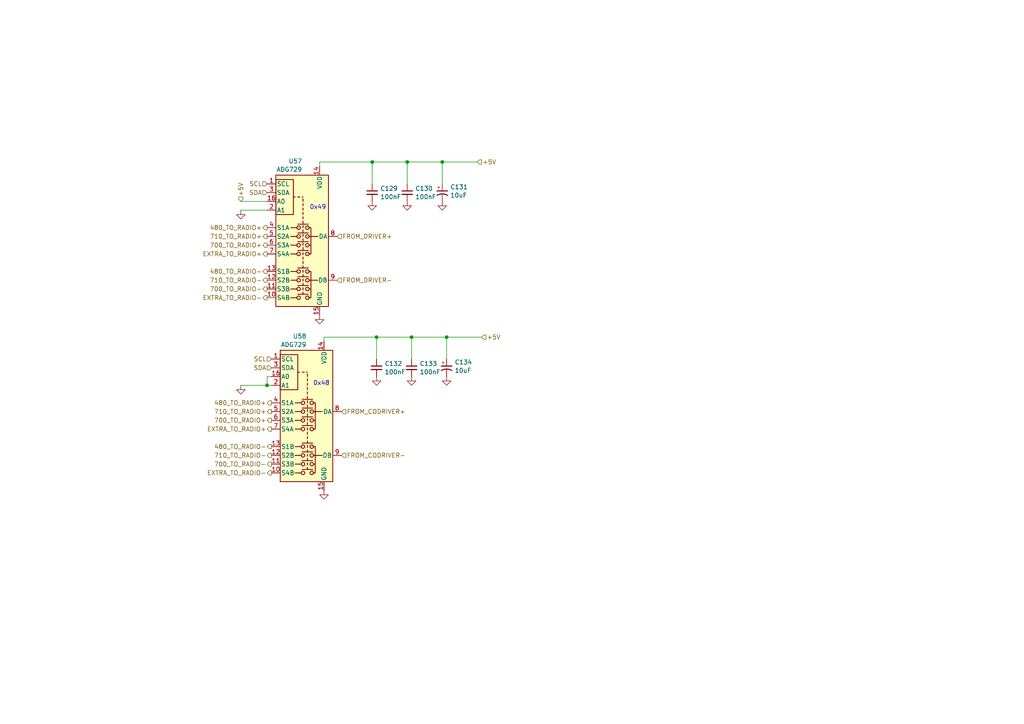
<source format=kicad_sch>
(kicad_sch (version 20250114) (generator "eeschema") (generator_version "9.0")
  (paper "A4")
  (lib_symbols
    (symbol "Analog_Switch:ADG729" (pin_names (offset 0.254))
      (property "Reference" "U" (at -7.62 20.955 0))
      (property "Value" "ADG729" (at -7.62 19.05 0))
      (symbol "ADG729_0_1"
        (rectangle (start -7.62 17.78) (end 7.62 -20.32) (stroke (width 0.254)) (fill (type background)))
        (rectangle (start -7.62 6.35) (end -2.54 16.51) (stroke (width 0.254)))
        (polyline (pts (xy -2.032 11.43) (xy -2.54 11.43)) (stroke (width 0.254)))
        (polyline (pts (xy -1.524 2.54) (xy -3.302 2.54)) (stroke (width 0.254)))
        (polyline (pts (xy -1.524 0) (xy -3.302 0)) (stroke (width 0.254)))
        (polyline (pts (xy -1.524 -2.54) (xy -3.302 -2.54)) (stroke (width 0.254)))
        (polyline (pts (xy -1.524 -5.08) (xy -3.302 -5.08)) (stroke (width 0.254)))
        (polyline (pts (xy -1.524 -10.16) (xy -3.302 -10.16)) (stroke (width 0.254)))
        (polyline (pts (xy -1.524 -12.7) (xy -3.302 -12.7)) (stroke (width 0.254)))
        (polyline (pts (xy -1.524 -15.24) (xy -3.302 -15.24)) (stroke (width 0.254)))
        (polyline (pts (xy -1.524 -17.78) (xy -3.302 -17.78)) (stroke (width 0.254)))
        (polyline (pts (xy -1.27 11.43) (xy -0.635 11.43)) (stroke (width 0.254)))
        (polyline (pts (xy -1.27 3.556) (xy 1.778 3.556)) (stroke (width 0.254)))
        (polyline (pts (xy -1.27 1.016) (xy 1.778 1.016)) (stroke (width 0.254)))
        (polyline (pts (xy -1.27 -1.524) (xy 1.778 -1.524)) (stroke (width 0.254)))
        (polyline (pts (xy -1.27 -4.064) (xy 1.778 -4.064)) (stroke (width 0.254)))
        (polyline (pts (xy -1.27 -9.144) (xy 1.778 -9.144)) (stroke (width 0.254)))
        (polyline (pts (xy -1.27 -11.684) (xy 1.778 -11.684)) (stroke (width 0.254)))
        (polyline (pts (xy -1.27 -14.224) (xy 1.778 -14.224)) (stroke (width 0.254)))
        (polyline (pts (xy -1.27 -16.764) (xy 1.778 -16.764)) (stroke (width 0.254)))
        (circle (center -1.016 2.54) (radius 0.508) (stroke (width 0.254)))
        (circle (center -1.016 0) (radius 0.508) (stroke (width 0.254)))
        (circle (center -1.016 -2.54) (radius 0.508) (stroke (width 0.254)))
        (circle (center -1.016 -5.08) (radius 0.508) (stroke (width 0.254)))
        (circle (center -1.016 -10.16) (radius 0.508) (stroke (width 0.254)))
        (circle (center -1.016 -12.7) (radius 0.508) (stroke (width 0.254)))
        (circle (center -1.016 -15.24) (radius 0.508) (stroke (width 0.254)))
        (circle (center -1.016 -17.78) (radius 0.508) (stroke (width 0.254)))
        (polyline (pts (xy 0.254 11.43) (xy 0 11.43)) (stroke (width 0.254)))
        (polyline (pts (xy 0.254 10.16) (xy 0.254 10.922)) (stroke (width 0.254)))
        (polyline (pts (xy 0.254 8.89) (xy 0.254 9.525)) (stroke (width 0.254)))
        (polyline (pts (xy 0.254 7.62) (xy 0.254 8.255)) (stroke (width 0.254)))
        (polyline (pts (xy 0.254 6.35) (xy 0.254 6.985)) (stroke (width 0.254)))
        (polyline (pts (xy 0.254 5.08) (xy 0.254 5.715)) (stroke (width 0.254)))
        (polyline (pts (xy 0.254 3.81) (xy 0.254 4.445)) (stroke (width 0.254)))
        (polyline (pts (xy 0.254 2.54) (xy 0.254 3.175)) (stroke (width 0.254)))
        (polyline (pts (xy 0.254 1.27) (xy 0.254 1.905)) (stroke (width 0.254)))
        (polyline (pts (xy 0.254 0) (xy 0.254 0.635)) (stroke (width 0.254)))
        (polyline (pts (xy 0.254 -1.27) (xy 0.254 -0.635)) (stroke (width 0.254)))
        (polyline (pts (xy 0.254 -2.54) (xy 0.254 -1.905)) (stroke (width 0.254)))
        (polyline (pts (xy 0.254 -3.81) (xy 0.254 -3.175)) (stroke (width 0.254)))
        (polyline (pts (xy 0.254 -5.334) (xy 0.254 -4.699)) (stroke (width 0.254)))
        (polyline (pts (xy 0.254 -6.604) (xy 0.254 -5.969)) (stroke (width 0.254)))
        (polyline (pts (xy 0.254 -7.874) (xy 0.254 -7.239)) (stroke (width 0.254)))
        (polyline (pts (xy 0.254 -9.144) (xy 0.254 -8.509)) (stroke (width 0.254)))
        (polyline (pts (xy 0.254 -10.414) (xy 0.254 -9.779)) (stroke (width 0.254)))
        (polyline (pts (xy 0.254 -11.684) (xy 0.254 -11.049)) (stroke (width 0.254)))
        (polyline (pts (xy 0.254 -12.954) (xy 0.254 -12.319)) (stroke (width 0.254)))
        (polyline (pts (xy 0.254 -14.224) (xy 0.254 -13.589)) (stroke (width 0.254)))
        (polyline (pts (xy 0.254 -15.494) (xy 0.254 -14.859)) (stroke (width 0.254)))
        (polyline (pts (xy 0.254 -16.764) (xy 0.254 -16.129)) (stroke (width 0.254)))
        (circle (center 1.524 2.54) (radius 0.508) (stroke (width 0.254)))
        (circle (center 1.524 0) (radius 0.508) (stroke (width 0.254)))
        (circle (center 1.524 -2.54) (radius 0.508) (stroke (width 0.254)))
        (circle (center 1.524 -5.08) (radius 0.508) (stroke (width 0.254)))
        (circle (center 1.524 -10.16) (radius 0.508) (stroke (width 0.254)))
        (circle (center 1.524 -12.7) (radius 0.508) (stroke (width 0.254)))
        (circle (center 1.524 -15.24) (radius 0.508) (stroke (width 0.254)))
        (circle (center 1.524 -17.78) (radius 0.508) (stroke (width 0.254)))
        (polyline (pts (xy 1.905 -5.08) (xy 2.54 -5.08) (xy 2.54 2.54) (xy 1.905 2.54)) (stroke (width 0.254)))
        (polyline (pts (xy 1.905 -10.16) (xy 2.54 -10.16) (xy 2.54 -17.78) (xy 1.905 -17.78)) (stroke (width 0.254)))
        (polyline (pts (xy 2.032 0) (xy 2.54 0)) (stroke (width 0.254)))
        (polyline (pts (xy 2.032 -2.54) (xy 2.54 -2.54)) (stroke (width 0.254)))
        (polyline (pts (xy 2.032 -12.7) (xy 2.54 -12.7)) (stroke (width 0.254)))
        (polyline (pts (xy 2.032 -15.24) (xy 2.54 -15.24)) (stroke (width 0.254)))
        (polyline (pts (xy 2.54 0) (xy 4.572 0)) (stroke (width 0.254)))
        (polyline (pts (xy 4.572 -12.7) (xy 2.54 -12.7)) (stroke (width 0.254)))
      )
      (symbol "ADG729_1_1"
        (pin input line (at -10.16 15.24 0) (length 2.54) (name "SCL") (number "1"))
        (pin bidirectional line (at -10.16 12.7 0) (length 2.54) (name "SDA") (number "3"))
        (pin input line (at -10.16 10.16 0) (length 2.54) (name "A0") (number "16"))
        (pin input line (at -10.16 7.62 0) (length 2.54) (name "A1") (number "2"))
        (pin bidirectional line (at -10.16 2.54 0) (length 2.54) (name "S1A") (number "4"))
        (pin bidirectional line (at -10.16 0 0) (length 2.54) (name "S2A") (number "5"))
        (pin bidirectional line (at -10.16 -2.54 0) (length 2.54) (name "S3A") (number "6"))
        (pin bidirectional line (at -10.16 -5.08 0) (length 2.54) (name "S4A") (number "7"))
        (pin bidirectional line (at -10.16 -10.16 0) (length 2.54) (name "S1B") (number "13"))
        (pin bidirectional line (at -10.16 -12.7 0) (length 2.54) (name "S2B") (number "12"))
        (pin bidirectional line (at -10.16 -15.24 0) (length 2.54) (name "S3B") (number "11"))
        (pin bidirectional line (at -10.16 -17.78 0) (length 2.54) (name "S4B") (number "10"))
        (pin power_in line (at 5.08 20.32 270) (length 2.54) (name "VDD") (number "14"))
        (pin power_in line (at 5.08 -22.86 90) (length 2.54) (name "GND") (number "15"))
        (pin bidirectional line (at 10.16 0 180) (length 2.54) (name "DA") (number "8"))
        (pin bidirectional line (at 10.16 -12.7 180) (length 2.54) (name "DB") (number "9"))
      )
    )
    (symbol "Device:C_Polarized_Small_US" (pin_numbers (hide yes)) (pin_names (offset 0.254) (hide yes))
      (property "Reference" "C" (at 0.254 1.778 0))
      (property "Value" "C_Polarized_Small_US" (at 0.254 -2.032 0))
      (symbol "C_Polarized_Small_US_0_1"
        (polyline (pts (xy -1.524 0.508) (xy 1.524 0.508)) (stroke (width 0.3048)))
        (polyline (pts (xy -1.27 1.524) (xy -0.762 1.524)))
        (polyline (pts (xy -1.016 1.27) (xy -1.016 1.778)))
        (arc (start -1.524 -0.762) (mid 0 -0.3734) (end 1.524 -0.762) (stroke (width 0.3048)))
      )
      (symbol "C_Polarized_Small_US_1_1"
        (pin passive line (at 0 2.54 270) (length 2.032) (name "~") (number "1"))
        (pin passive line (at 0 -2.54 90) (length 2.032) (name "~") (number "2"))
      )
    )
    (symbol "Device:C_Small" (pin_numbers (hide yes)) (pin_names (offset 0.254) (hide yes))
      (property "Reference" "C" (at 0.254 1.778 0))
      (property "Value" "C_Small" (at 0.254 -2.032 0))
      (symbol "C_Small_0_1"
        (polyline (pts (xy -1.524 0.508) (xy 1.524 0.508)) (stroke (width 0.3048)))
        (polyline (pts (xy -1.524 -0.508) (xy 1.524 -0.508)) (stroke (width 0.3302)))
      )
      (symbol "C_Small_1_1"
        (pin passive line (at 0 2.54 270) (length 2.032) (name "~") (number "1"))
        (pin passive line (at 0 -2.54 90) (length 2.032) (name "~") (number "2"))
      )
    )
    (symbol "power:GND" (power) (pin_numbers (hide yes)) (pin_names (offset 0) (hide yes))
      (property "Value" "GND" (at 0 -3.81 0))
      (symbol "GND_0_1"
        (polyline (pts (xy 0 0) (xy 0 -1.27) (xy 1.27 -1.27) (xy 0 -2.54) (xy -1.27 -1.27) (xy 0 -1.27)))
      )
      (symbol "GND_1_1"
        (pin power_in line (at 0 0 270) (length 0) (name "~") (number "1"))
      )
    )
  )
  (text "0x48" (at 93.218 111.252 0) (effects (font (size 1.27 1.27))))
  (text "0x49" (at 92.202 60.198 0) (effects (font (size 1.27 1.27))))
  (junction (at 107.95 46.99))
  (junction (at 128.27 46.99))
  (junction (at 119.38 97.79))
  (junction (at 109.22 97.79))
  (junction (at 77.47 111.76))
  (junction (at 118.11 46.99))
  (junction (at 129.54 97.79))
  (wire (pts (xy 129.54 97.79) (xy 129.54 104.14)))
  (wire (pts (xy 128.27 46.99) (xy 118.11 46.99)))
  (wire (pts (xy 109.22 97.79) (xy 93.98 97.79)))
  (wire (pts (xy 138.43 46.99) (xy 128.27 46.99)))
  (wire (pts (xy 107.95 46.99) (xy 107.95 53.34)))
  (wire (pts (xy 93.98 97.79) (xy 93.98 99.06)))
  (wire (pts (xy 119.38 97.79) (xy 119.38 104.14)))
  (wire (pts (xy 119.38 97.79) (xy 109.22 97.79)))
  (wire (pts (xy 77.47 109.22) (xy 77.47 111.76)))
  (wire (pts (xy 78.74 109.22) (xy 77.47 109.22)))
  (wire (pts (xy 107.95 46.99) (xy 92.71 46.99)))
  (wire (pts (xy 77.47 111.76) (xy 78.74 111.76)))
  (wire (pts (xy 118.11 46.99) (xy 107.95 46.99)))
  (wire (pts (xy 118.11 46.99) (xy 118.11 53.34)))
  (wire (pts (xy 128.27 46.99) (xy 128.27 53.34)))
  (wire (pts (xy 92.71 46.99) (xy 92.71 48.26)))
  (wire (pts (xy 69.85 111.76) (xy 77.47 111.76)))
  (wire (pts (xy 69.85 60.96) (xy 77.47 60.96)))
  (wire (pts (xy 69.85 58.42) (xy 77.47 58.42)))
  (wire (pts (xy 139.7 97.79) (xy 129.54 97.79)))
  (wire (pts (xy 129.54 97.79) (xy 119.38 97.79)))
  (wire (pts (xy 109.22 97.79) (xy 109.22 104.14)))
  (hierarchical_label "FROM_DRIVER-" (shape input) (at 97.79 81.28 0))
  (hierarchical_label "480_TO_RADIO+" (shape output) (at 77.47 66.04 180))
  (hierarchical_label "480_TO_RADIO+" (shape output) (at 78.74 116.84 180))
  (hierarchical_label "710_TO_RADIO+" (shape output) (at 77.47 68.58 180))
  (hierarchical_label "EXTRA_TO_RADIO+" (shape output) (at 77.47 73.66 180))
  (hierarchical_label "480_TO_RADIO-" (shape output) (at 77.47 78.74 180))
  (hierarchical_label "+5V" (shape input) (at 139.7 97.79 0))
  (hierarchical_label "SDA" (shape input) (at 78.74 106.68 180))
  (hierarchical_label "710_TO_RADIO-" (shape output) (at 78.74 132.08 180))
  (hierarchical_label "710_TO_RADIO-" (shape output) (at 77.47 81.28 180))
  (hierarchical_label "SCL" (shape input) (at 78.74 104.14 180))
  (hierarchical_label "700_TO_RADIO-" (shape output) (at 78.74 134.62 180))
  (hierarchical_label "FROM_CODRIVER-" (shape input) (at 99.06 132.08 0))
  (hierarchical_label "EXTRA_TO_RADIO+" (shape output) (at 78.74 124.46 180))
  (hierarchical_label "700_TO_RADIO+" (shape output) (at 77.47 71.12 180))
  (hierarchical_label "+5V" (shape input) (at 138.43 46.99 0))
  (hierarchical_label "700_TO_RADIO+" (shape output) (at 78.74 121.92 180))
  (hierarchical_label "SDA" (shape input) (at 77.47 55.88 180))
  (hierarchical_label "480_TO_RADIO-" (shape output) (at 78.74 129.54 180))
  (hierarchical_label "FROM_CODRIVER+" (shape input) (at 99.06 119.38 0))
  (hierarchical_label "FROM_DRIVER+" (shape input) (at 97.79 68.58 0))
  (hierarchical_label "700_TO_RADIO-" (shape output) (at 77.47 83.82 180))
  (hierarchical_label "EXTRA_TO_RADIO-" (shape output) (at 78.74 137.16 180))
  (hierarchical_label "710_TO_RADIO+" (shape output) (at 78.74 119.38 180))
  (hierarchical_label "SCL" (shape input) (at 77.47 53.34 180))
  (hierarchical_label "+5V" (shape input) (at 69.85 58.42 90))
  (hierarchical_label "EXTRA_TO_RADIO-" (shape output) (at 77.47 86.36 180))
  (symbol (lib_id "power:GND") (at 69.85 111.76 0) (unit 1)
    (property "Reference" "#PWR0281" (effects (hide yes)))
    (property "Value" "GND" (effects (hide yes)))
    (property "Description" "Power symbol creates a global label with name \"GND\" , ground" (effects (hide yes)))
  )
  (symbol (lib_id "Device:C_Polarized_Small_US") (at 129.54 106.68 0) (unit 1)
    (property "Reference" "C134" (at 131.8514 105.036 0) (effects (justify left)))
    (property "Value" "10uF" (at 131.8514 107.4603 0) (effects (justify left)))
    (property "Description" "Polarized capacitor, small US symbol" (effects (hide yes)))
  )
  (symbol (lib_id "Device:C_Polarized_Small_US") (at 128.27 55.88 0) (unit 1)
    (property "Reference" "C131" (at 130.5814 54.236 0) (effects (justify left)))
    (property "Value" "10uF" (at 130.5814 56.6603 0) (effects (justify left)))
    (property "Description" "Polarized capacitor, small US symbol" (effects (hide yes)))
  )
  (symbol (lib_id "Device:C_Small") (at 107.95 55.88 0) (unit 1)
    (property "Reference" "C129" (at 110.2741 54.6741 0) (effects (justify left)))
    (property "Value" "100nF" (at 110.2741 57.0984 0) (effects (justify left)))
    (property "Description" "Unpolarized capacitor, small symbol" (effects (hide yes)))
  )
  (symbol (lib_id "power:GND") (at 69.85 60.96 0) (unit 1)
    (property "Reference" "#PWR0276" (effects (hide yes)))
    (property "Value" "GND" (effects (hide yes)))
    (property "Description" "Power symbol creates a global label with name \"GND\" , ground" (effects (hide yes)))
  )
  (symbol (lib_id "Analog_Switch:ADG729") (at 88.9 119.38 0) (unit 1)
    (property "Reference" "U58" (at 88.9 97.536 0) (effects (justify right)))
    (property "Value" "ADG729" (at 88.9 99.9603 0) (effects (justify right)))
    (property "Footprint" "Package_SO:TSSOP-16_4.4x5mm_P0.65mm" (effects (hide yes)))
    (property "Datasheet" "https://www.analog.com/media/en/technical-documentation/data-sheets/ADG728_729.pdf" (effects (hide yes)))
    (property "Description" "Dual 4-to-1 CMOS Low Voltage 2-Wire Serially Controlled, Matrix Switches" (effects (hide yes)))
  )
  (symbol (lib_id "power:GND") (at 109.22 109.22 0) (unit 1)
    (property "Reference" "#PWR0283" (effects (hide yes)))
    (property "Value" "GND" (effects (hide yes)))
    (property "Description" "Power symbol creates a global label with name \"GND\" , ground" (effects (hide yes)))
  )
  (symbol (lib_id "power:GND") (at 92.71 91.44 0) (unit 1)
    (property "Reference" "#PWR0277" (effects (hide yes)))
    (property "Value" "GND" (effects (hide yes)))
    (property "Description" "Power symbol creates a global label with name \"GND\" , ground" (effects (hide yes)))
  )
  (symbol (lib_id "Device:C_Small") (at 109.22 106.68 0) (unit 1)
    (property "Reference" "C132" (at 111.5441 105.4741 0) (effects (justify left)))
    (property "Value" "100nF" (at 111.5441 107.8984 0) (effects (justify left)))
    (property "Description" "Unpolarized capacitor, small symbol" (effects (hide yes)))
  )
  (symbol (lib_id "power:GND") (at 128.27 58.42 0) (unit 1)
    (property "Reference" "#PWR0280" (effects (hide yes)))
    (property "Value" "GND" (effects (hide yes)))
    (property "Description" "Power symbol creates a global label with name \"GND\" , ground" (effects (hide yes)))
  )
  (symbol (lib_id "power:GND") (at 119.38 109.22 0) (unit 1)
    (property "Reference" "#PWR0284" (effects (hide yes)))
    (property "Value" "GND" (effects (hide yes)))
    (property "Description" "Power symbol creates a global label with name \"GND\" , ground" (effects (hide yes)))
  )
  (symbol (lib_id "power:GND") (at 129.54 109.22 0) (unit 1)
    (property "Reference" "#PWR0285" (effects (hide yes)))
    (property "Value" "GND" (effects (hide yes)))
    (property "Description" "Power symbol creates a global label with name \"GND\" , ground" (effects (hide yes)))
  )
  (symbol (lib_id "power:GND") (at 107.95 58.42 0) (unit 1)
    (property "Reference" "#PWR0278" (effects (hide yes)))
    (property "Value" "GND" (effects (hide yes)))
    (property "Description" "Power symbol creates a global label with name \"GND\" , ground" (effects (hide yes)))
  )
  (symbol (lib_id "power:GND") (at 118.11 58.42 0) (unit 1)
    (property "Reference" "#PWR0279" (effects (hide yes)))
    (property "Value" "GND" (effects (hide yes)))
    (property "Description" "Power symbol creates a global label with name \"GND\" , ground" (effects (hide yes)))
  )
  (symbol (lib_id "Device:C_Small") (at 118.11 55.88 0) (unit 1)
    (property "Reference" "C130" (at 120.4341 54.6741 0) (effects (justify left)))
    (property "Value" "100nF" (at 120.4341 57.0984 0) (effects (justify left)))
    (property "Description" "Unpolarized capacitor, small symbol" (effects (hide yes)))
  )
  (symbol (lib_id "Device:C_Small") (at 119.38 106.68 0) (unit 1)
    (property "Reference" "C133" (at 121.7041 105.4741 0) (effects (justify left)))
    (property "Value" "100nF" (at 121.7041 107.8984 0) (effects (justify left)))
    (property "Description" "Unpolarized capacitor, small symbol" (effects (hide yes)))
  )
  (symbol (lib_id "power:GND") (at 93.98 142.24 0) (unit 1)
    (property "Reference" "#PWR0282" (effects (hide yes)))
    (property "Value" "GND" (effects (hide yes)))
    (property "Description" "Power symbol creates a global label with name \"GND\" , ground" (effects (hide yes)))
  )
  (symbol (lib_id "Analog_Switch:ADG729") (at 87.63 68.58 0) (unit 1)
    (property "Reference" "U57" (at 87.63 46.736 0) (effects (justify right)))
    (property "Value" "ADG729" (at 87.63 49.1603 0) (effects (justify right)))
    (property "Footprint" "Package_SO:TSSOP-16_4.4x5mm_P0.65mm" (effects (hide yes)))
    (property "Datasheet" "https://www.analog.com/media/en/technical-documentation/data-sheets/ADG728_729.pdf" (effects (hide yes)))
    (property "Description" "Dual 4-to-1 CMOS Low Voltage 2-Wire Serially Controlled, Matrix Switches" (effects (hide yes)))
  )
)
</source>
